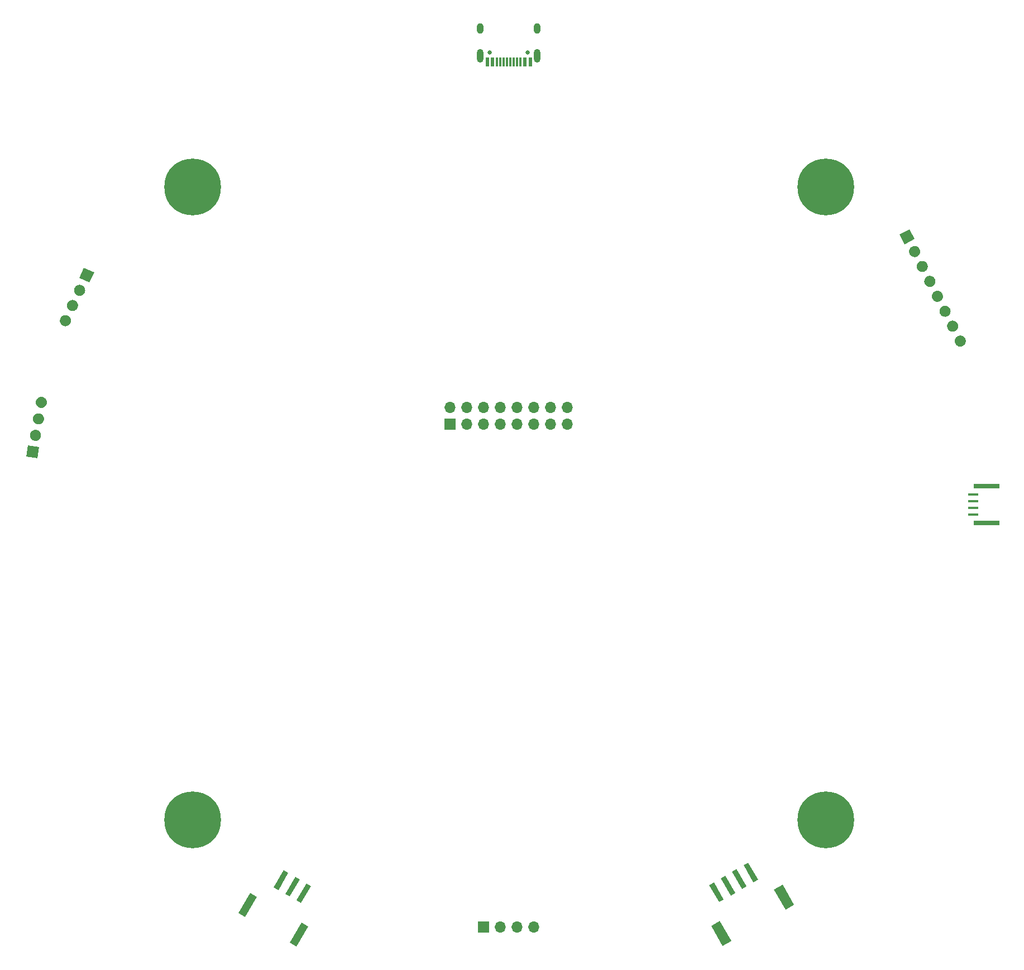
<source format=gbr>
%TF.GenerationSoftware,KiCad,Pcbnew,(5.1.10-1-10_14)*%
%TF.CreationDate,2021-10-01T16:25:32+02:00*%
%TF.ProjectId,Launchpad,4c61756e-6368-4706-9164-2e6b69636164,rev?*%
%TF.SameCoordinates,Original*%
%TF.FileFunction,Soldermask,Bot*%
%TF.FilePolarity,Negative*%
%FSLAX46Y46*%
G04 Gerber Fmt 4.6, Leading zero omitted, Abs format (unit mm)*
G04 Created by KiCad (PCBNEW (5.1.10-1-10_14)) date 2021-10-01 16:25:32*
%MOMM*%
%LPD*%
G01*
G04 APERTURE LIST*
%ADD10C,0.100000*%
%ADD11R,1.600000X0.400000*%
%ADD12R,4.000000X0.800000*%
%ADD13O,1.700000X1.700000*%
%ADD14R,1.700000X1.700000*%
%ADD15C,0.900000*%
%ADD16C,8.600000*%
%ADD17O,1.000000X1.600000*%
%ADD18C,0.650000*%
%ADD19O,1.000000X2.100000*%
%ADD20R,0.300000X1.450000*%
%ADD21R,0.600000X1.450000*%
G04 APERTURE END LIST*
D10*
%TO.C,J3*%
G36*
X137317014Y-157909407D02*
G01*
X138009834Y-157509407D01*
X139509834Y-160107483D01*
X138817014Y-160507483D01*
X137317014Y-157909407D01*
G37*
G36*
X139048699Y-156910773D02*
G01*
X139741519Y-156510773D01*
X141241519Y-159108849D01*
X140548699Y-159508849D01*
X139048699Y-156910773D01*
G37*
G36*
X137593913Y-164105011D02*
G01*
X138892951Y-163355011D01*
X140642951Y-166386099D01*
X139343913Y-167136099D01*
X137593913Y-164105011D01*
G37*
G36*
X147134049Y-158597011D02*
G01*
X148433087Y-157847011D01*
X150183087Y-160878099D01*
X148884049Y-161628099D01*
X147134049Y-158597011D01*
G37*
G36*
X140777053Y-155916371D02*
G01*
X141469873Y-155516371D01*
X142969873Y-158114447D01*
X142277053Y-158514447D01*
X140777053Y-155916371D01*
G37*
G36*
X142507604Y-154913773D02*
G01*
X143200424Y-154513773D01*
X144700424Y-157111849D01*
X144007604Y-157511849D01*
X142507604Y-154913773D01*
G37*
%TD*%
%TO.C,J4*%
G36*
X76237373Y-157663693D02*
G01*
X76930193Y-158063693D01*
X75430193Y-160661769D01*
X74737373Y-160261769D01*
X76237373Y-157663693D01*
G37*
G36*
X75452499Y-163619135D02*
G01*
X76491729Y-164219135D01*
X74741729Y-167250223D01*
X73702499Y-166650223D01*
X75452499Y-163619135D01*
G37*
G36*
X67658271Y-159119135D02*
G01*
X68697501Y-159719135D01*
X66947501Y-162750223D01*
X65908271Y-162150223D01*
X67658271Y-159119135D01*
G37*
G36*
X74506188Y-156664193D02*
G01*
X75199008Y-157064193D01*
X73699008Y-159662269D01*
X73006188Y-159262269D01*
X74506188Y-156664193D01*
G37*
G36*
X72773271Y-155663693D02*
G01*
X73466091Y-156063693D01*
X71966091Y-158661769D01*
X71273271Y-158261769D01*
X72773271Y-155663693D01*
G37*
%TD*%
D11*
%TO.C,J5*%
X177351000Y-98702000D03*
X177351000Y-99702000D03*
X177351000Y-100702000D03*
X177351000Y-101702000D03*
D12*
X179349000Y-97400000D03*
X179349000Y-103000000D03*
%TD*%
%TO.C,J8*%
G36*
G01*
X38906188Y-71942795D02*
X38906188Y-71942795D01*
G75*
G02*
X40035776Y-71531659I770362J-359226D01*
G01*
X40035776Y-71531659D01*
G75*
G02*
X40446912Y-72661247I-359226J-770362D01*
G01*
X40446912Y-72661247D01*
G75*
G02*
X39317324Y-73072383I-770362J359226D01*
G01*
X39317324Y-73072383D01*
G75*
G02*
X38906188Y-71942795I359226J770362D01*
G01*
G37*
G36*
G01*
X39979638Y-69640774D02*
X39979638Y-69640774D01*
G75*
G02*
X41109226Y-69229638I770362J-359226D01*
G01*
X41109226Y-69229638D01*
G75*
G02*
X41520362Y-70359226I-359226J-770362D01*
G01*
X41520362Y-70359226D01*
G75*
G02*
X40390774Y-70770362I-770362J359226D01*
G01*
X40390774Y-70770362D01*
G75*
G02*
X39979638Y-69640774I359226J770362D01*
G01*
G37*
G36*
G01*
X41053089Y-67338752D02*
X41053089Y-67338752D01*
G75*
G02*
X42182677Y-66927616I770362J-359226D01*
G01*
X42182677Y-66927616D01*
G75*
G02*
X42593813Y-68057204I-359226J-770362D01*
G01*
X42593813Y-68057204D01*
G75*
G02*
X41464225Y-68468340I-770362J359226D01*
G01*
X41464225Y-68468340D01*
G75*
G02*
X41053089Y-67338752I359226J770362D01*
G01*
G37*
D10*
G36*
X41767314Y-65807092D02*
G01*
X42485765Y-64266369D01*
X44026488Y-64984820D01*
X43308037Y-66525543D01*
X41767314Y-65807092D01*
G37*
%TD*%
D13*
%TO.C,J6*%
X110695000Y-164300000D03*
X108155000Y-164300000D03*
X105615000Y-164300000D03*
D14*
X103075000Y-164300000D03*
%TD*%
%TO.C,J2*%
X98020000Y-88040000D03*
D13*
X98020000Y-85500000D03*
X100560000Y-88040000D03*
X100560000Y-85500000D03*
X103100000Y-88040000D03*
X103100000Y-85500000D03*
X105640000Y-88040000D03*
X105640000Y-85500000D03*
X108180000Y-88040000D03*
X108180000Y-85500000D03*
X110720000Y-88040000D03*
X110720000Y-85500000D03*
X113260000Y-88040000D03*
X113260000Y-85500000D03*
X115800000Y-88040000D03*
X115800000Y-85500000D03*
%TD*%
%TO.C,J9*%
G36*
G01*
X36860286Y-84843366D02*
X36860286Y-84843366D01*
G75*
G02*
X35875598Y-85532852I-837087J147601D01*
G01*
X35875598Y-85532852D01*
G75*
G02*
X35186112Y-84548164I147601J837087D01*
G01*
X35186112Y-84548164D01*
G75*
G02*
X36170800Y-83858678I837087J-147601D01*
G01*
X36170800Y-83858678D01*
G75*
G02*
X36860286Y-84843366I-147601J-837087D01*
G01*
G37*
G36*
G01*
X36419220Y-87344778D02*
X36419220Y-87344778D01*
G75*
G02*
X35434532Y-88034264I-837087J147601D01*
G01*
X35434532Y-88034264D01*
G75*
G02*
X34745046Y-87049576I147601J837087D01*
G01*
X34745046Y-87049576D01*
G75*
G02*
X35729734Y-86360090I837087J-147601D01*
G01*
X35729734Y-86360090D01*
G75*
G02*
X36419220Y-87344778I-147601J-837087D01*
G01*
G37*
G36*
G01*
X35978153Y-89846189D02*
X35978153Y-89846189D01*
G75*
G02*
X34993465Y-90535675I-837087J147601D01*
G01*
X34993465Y-90535675D01*
G75*
G02*
X34303979Y-89550987I147601J837087D01*
G01*
X34303979Y-89550987D01*
G75*
G02*
X35288667Y-88861501I837087J-147601D01*
G01*
X35288667Y-88861501D01*
G75*
G02*
X35978153Y-89846189I-147601J-837087D01*
G01*
G37*
D10*
G36*
X35684688Y-91510514D02*
G01*
X35389486Y-93184688D01*
X33715312Y-92889486D01*
X34010514Y-91215312D01*
X35684688Y-91510514D01*
G37*
%TD*%
D15*
%TO.C,H4*%
X61280419Y-145719581D03*
X59000000Y-144775000D03*
X56719581Y-145719581D03*
X55775000Y-148000000D03*
X56719581Y-150280419D03*
X59000000Y-151225000D03*
X61280419Y-150280419D03*
X62225000Y-148000000D03*
D16*
X59000000Y-148000000D03*
%TD*%
D15*
%TO.C,H3*%
X157280419Y-145719581D03*
X155000000Y-144775000D03*
X152719581Y-145719581D03*
X151775000Y-148000000D03*
X152719581Y-150280419D03*
X155000000Y-151225000D03*
X157280419Y-150280419D03*
X158225000Y-148000000D03*
D16*
X155000000Y-148000000D03*
%TD*%
D17*
%TO.C,J1*%
X111220000Y-27950000D03*
D18*
X109790000Y-31600000D03*
D17*
X102580000Y-27950000D03*
D18*
X104010000Y-31600000D03*
D19*
X102580000Y-32130000D03*
X111220000Y-32130000D03*
D20*
X106650000Y-33045000D03*
X108650000Y-33045000D03*
X108150000Y-33045000D03*
X107650000Y-33045000D03*
X107150000Y-33045000D03*
X106150000Y-33045000D03*
X105650000Y-33045000D03*
X105150000Y-33045000D03*
D21*
X110150000Y-33045000D03*
X109350000Y-33045000D03*
X104450000Y-33045000D03*
X103650000Y-33045000D03*
X103650000Y-33045000D03*
X104450000Y-33045000D03*
X109350000Y-33045000D03*
X110150000Y-33045000D03*
%TD*%
%TO.C,J7*%
G36*
G01*
X174609529Y-75781341D02*
X174609529Y-75781341D01*
G75*
G02*
X174980993Y-74638093I757356J385892D01*
G01*
X174980993Y-74638093D01*
G75*
G02*
X176124241Y-75009557I385892J-757356D01*
G01*
X176124241Y-75009557D01*
G75*
G02*
X175752777Y-76152805I-757356J-385892D01*
G01*
X175752777Y-76152805D01*
G75*
G02*
X174609529Y-75781341I-385892J757356D01*
G01*
G37*
G36*
G01*
X173456393Y-73518184D02*
X173456393Y-73518184D01*
G75*
G02*
X173827857Y-72374936I757356J385892D01*
G01*
X173827857Y-72374936D01*
G75*
G02*
X174971105Y-72746400I385892J-757356D01*
G01*
X174971105Y-72746400D01*
G75*
G02*
X174599641Y-73889648I-757356J-385892D01*
G01*
X174599641Y-73889648D01*
G75*
G02*
X173456393Y-73518184I-385892J757356D01*
G01*
G37*
G36*
G01*
X172303257Y-71255028D02*
X172303257Y-71255028D01*
G75*
G02*
X172674721Y-70111780I757356J385892D01*
G01*
X172674721Y-70111780D01*
G75*
G02*
X173817969Y-70483244I385892J-757356D01*
G01*
X173817969Y-70483244D01*
G75*
G02*
X173446505Y-71626492I-757356J-385892D01*
G01*
X173446505Y-71626492D01*
G75*
G02*
X172303257Y-71255028I-385892J757356D01*
G01*
G37*
G36*
G01*
X171150121Y-68991871D02*
X171150121Y-68991871D01*
G75*
G02*
X171521585Y-67848623I757356J385892D01*
G01*
X171521585Y-67848623D01*
G75*
G02*
X172664833Y-68220087I385892J-757356D01*
G01*
X172664833Y-68220087D01*
G75*
G02*
X172293369Y-69363335I-757356J-385892D01*
G01*
X172293369Y-69363335D01*
G75*
G02*
X171150121Y-68991871I-385892J757356D01*
G01*
G37*
G36*
G01*
X169996986Y-66728715D02*
X169996986Y-66728715D01*
G75*
G02*
X170368450Y-65585467I757356J385892D01*
G01*
X170368450Y-65585467D01*
G75*
G02*
X171511698Y-65956931I385892J-757356D01*
G01*
X171511698Y-65956931D01*
G75*
G02*
X171140234Y-67100179I-757356J-385892D01*
G01*
X171140234Y-67100179D01*
G75*
G02*
X169996986Y-66728715I-385892J757356D01*
G01*
G37*
G36*
G01*
X168843850Y-64465558D02*
X168843850Y-64465558D01*
G75*
G02*
X169215314Y-63322310I757356J385892D01*
G01*
X169215314Y-63322310D01*
G75*
G02*
X170358562Y-63693774I385892J-757356D01*
G01*
X170358562Y-63693774D01*
G75*
G02*
X169987098Y-64837022I-757356J-385892D01*
G01*
X169987098Y-64837022D01*
G75*
G02*
X168843850Y-64465558I-385892J757356D01*
G01*
G37*
G36*
G01*
X167690714Y-62202402D02*
X167690714Y-62202402D01*
G75*
G02*
X168062178Y-61059154I757356J385892D01*
G01*
X168062178Y-61059154D01*
G75*
G02*
X169205426Y-61430618I385892J-757356D01*
G01*
X169205426Y-61430618D01*
G75*
G02*
X168833962Y-62573866I-757356J-385892D01*
G01*
X168833962Y-62573866D01*
G75*
G02*
X167690714Y-62202402I-385892J757356D01*
G01*
G37*
D10*
G36*
X166923470Y-60696600D02*
G01*
X166151687Y-59181889D01*
X167666398Y-58410106D01*
X168438181Y-59924817D01*
X166923470Y-60696600D01*
G37*
%TD*%
D15*
%TO.C,H2*%
X157280419Y-49719581D03*
X155000000Y-48775000D03*
X152719581Y-49719581D03*
X151775000Y-52000000D03*
X152719581Y-54280419D03*
X155000000Y-55225000D03*
X157280419Y-54280419D03*
X158225000Y-52000000D03*
D16*
X155000000Y-52000000D03*
%TD*%
D15*
%TO.C,H1*%
X61280419Y-49719581D03*
X59000000Y-48775000D03*
X56719581Y-49719581D03*
X55775000Y-52000000D03*
X56719581Y-54280419D03*
X59000000Y-55225000D03*
X61280419Y-54280419D03*
X62225000Y-52000000D03*
D16*
X59000000Y-52000000D03*
%TD*%
M02*

</source>
